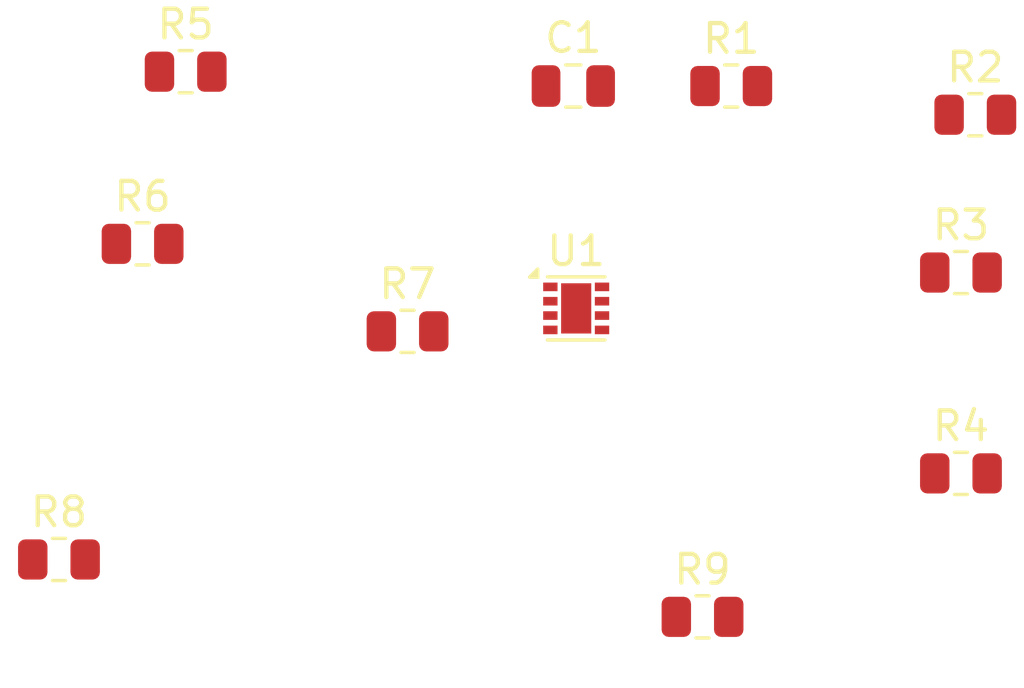
<source format=kicad_pcb>
(kicad_pcb (version 20240108) (generator "pcbnew") (generator_version "8.0")
  (layers (0 "F.Cu" signal) (31 "B.Cu" signal) (34 "B.Paste" user) (35 "F.Paste" user) (36 "B.SilkS" user "B.Silkscreen") (37 "F.SilkS" user "F.Silkscreen") (38 "B.Mask" user) (39 "F.Mask" user) (44 "Edge.Cuts" user))
  (net 0 "")
  (net 1 "Net-(C1-Pad1)")
  (net 2 "GND")
  (net 3 "+5V")
  (net 4 "Net-(U1A-+)")
  (net 5 "Net-(U1A--)")
  (net 6 "Net-(R4-Pad2)")
  (net 7 "Net-(TC1-+)")
  (net 8 "Net-(R7-Pad2)")
  (net 9 "Net-(R8-Pad2)")
  (net 10 "Net-(U1B-+)")
  (net 11 "Net-(U1B--)")
  (footprint "Resistor_SMD:R_0805_2012Metric" (layer "F.Cu") (at 77.5 51.5)
    (property "Reference" "R1" (at 0 -1.65 0) (layer "F.SilkS"))
    (property "Value" "10K")
    (fp_line (start -0.227064 -0.735) (end 0.227064 -0.735) (stroke (width 0.12)) (layer "F.SilkS"))
    (fp_line (start -0.227064 0.735) (end 0.227064 0.735) (stroke (width 0.12)) (layer "F.SilkS"))
    (pad "1" smd roundrect (at -0.9125 0) (size 1.025 1.4) (layers "F.Cu" "F.Paste" "F.Mask") (roundrect_rratio 0.243902) (net 3 "+5V"))
    (pad "2" smd roundrect (at 0.9125 0) (size 1.025 1.4) (layers "F.Cu" "F.Paste" "F.Mask") (roundrect_rratio 0.243902) (net 4 "Net-(U1A-+)"))
  )
  (footprint "Resistor_SMD:R_0805_2012Metric" (layer "F.Cu") (at 85.5 65)
    (property "Reference" "R4" (at 0 -1.65 0) (layer "F.SilkS"))
    (property "Value" "10K")
    (fp_line (start -0.227064 -0.735) (end 0.227064 -0.735) (stroke (width 0.12)) (layer "F.SilkS"))
    (fp_line (start -0.227064 0.735) (end 0.227064 0.735) (stroke (width 0.12)) (layer "F.SilkS"))
    (pad "1" smd roundrect (at -0.9125 0) (size 1.025 1.4) (layers "F.Cu" "F.Paste" "F.Mask") (roundrect_rratio 0.243902) (net 5 "Net-(U1A--)"))
    (pad "2" smd roundrect (at 0.9125 0) (size 1.025 1.4) (layers "F.Cu" "F.Paste" "F.Mask") (roundrect_rratio 0.243902) (net 6 "Net-(R4-Pad2)"))
  )
  (footprint "Resistor_SMD:R_0805_2012Metric" (layer "F.Cu") (at 76.5 70)
    (property "Reference" "R9" (at 0 -1.65 0) (layer "F.SilkS"))
    (property "Value" "1K")
    (fp_line (start -0.227064 -0.735) (end 0.227064 -0.735) (stroke (width 0.12)) (layer "F.SilkS"))
    (fp_line (start -0.227064 0.735) (end 0.227064 0.735) (stroke (width 0.12)) (layer "F.SilkS"))
    (pad "1" smd roundrect (at -0.9125 0) (size 1.025 1.4) (layers "F.Cu" "F.Paste" "F.Mask") (roundrect_rratio 0.243902) (net 9 "Net-(R8-Pad2)"))
    (pad "2" smd roundrect (at 0.9125 0) (size 1.025 1.4) (layers "F.Cu" "F.Paste" "F.Mask") (roundrect_rratio 0.243902) (net 1 "Net-(C1-Pad1)"))
  )
  (footprint "Capacitor_SMD:C_0805_2012Metric" (layer "F.Cu") (at 72 51.5)
    (property "Reference" "C1" (at 0 -1.68 0) (layer "F.SilkS"))
    (property "Value" "100n")
    (fp_line (start -0.261252 -0.735) (end 0.261252 -0.735) (stroke (width 0.12)) (layer "F.SilkS"))
    (fp_line (start -0.261252 0.735) (end 0.261252 0.735) (stroke (width 0.12)) (layer "F.SilkS"))
    (pad "1" smd roundrect (at -0.95 0) (size 1 1.45) (layers "F.Cu" "F.Paste" "F.Mask") (net 1 "Net-(C1-Pad1)"))
    (pad "2" smd roundrect (at 0.95 0) (size 1 1.45) (layers "F.Cu" "F.Paste" "F.Mask") (net 2 "GND"))
  )
  (footprint "Resistor_SMD:R_0805_2012Metric" (layer "F.Cu") (at 57 57)
    (property "Reference" "R6" (at 0 -1.65 0) (layer "F.SilkS"))
    (property "Value" "1K")
    (fp_line (start -0.227064 -0.735) (end 0.227064 -0.735) (stroke (width 0.12)) (layer "F.SilkS"))
    (fp_line (start -0.227064 0.735) (end 0.227064 0.735) (stroke (width 0.12)) (layer "F.SilkS"))
    (pad "1" smd roundrect (at -0.9125 0) (size 1.025 1.4) (layers "F.Cu" "F.Paste" "F.Mask") (roundrect_rratio 0.243902) (net 11 "Net-(U1B--)"))
    (pad "2" smd roundrect (at 0.9125 0) (size 1.025 1.4) (layers "F.Cu" "F.Paste" "F.Mask") (roundrect_rratio 0.243902) (net 2 "GND"))
  )
  (footprint "Resistor_SMD:R_0805_2012Metric" (layer "F.Cu") (at 85.5 58)
    (property "Reference" "R3" (at 0 -1.65 0) (layer "F.SilkS"))
    (property "Value" "1K")
    (fp_line (start -0.227064 -0.735) (end 0.227064 -0.735) (stroke (width 0.12)) (layer "F.SilkS"))
    (fp_line (start -0.227064 0.735) (end 0.227064 0.735) (stroke (width 0.12)) (layer "F.SilkS"))
    (pad "1" smd roundrect (at -0.9125 0) (size 1.025 1.4) (layers "F.Cu" "F.Paste" "F.Mask") (roundrect_rratio 0.243902) (net 5 "Net-(U1A--)"))
    (pad "2" smd roundrect (at 0.9125 0) (size 1.025 1.4) (layers "F.Cu" "F.Paste" "F.Mask") (roundrect_rratio 0.243902) (net 2 "GND"))
  )
  (footprint "Resistor_SMD:R_0805_2012Metric" (layer "F.Cu") (at 66.2275 60.05)
    (property "Reference" "R7" (at 0 -1.65 0) (layer "F.SilkS"))
    (property "Value" "50K")
    (fp_line (start -0.227064 -0.735) (end 0.227064 -0.735) (stroke (width 0.12)) (layer "F.SilkS"))
    (fp_line (start -0.227064 0.735) (end 0.227064 0.735) (stroke (width 0.12)) (layer "F.SilkS"))
    (pad "1" smd roundrect (at -0.9125 0) (size 1.025 1.4) (layers "F.Cu" "F.Paste" "F.Mask") (roundrect_rratio 0.243902) (net 11 "Net-(U1B--)"))
    (pad "2" smd roundrect (at 0.9125 0) (size 1.025 1.4) (layers "F.Cu" "F.Paste" "F.Mask") (roundrect_rratio 0.243902) (net 8 "Net-(R7-Pad2)"))
  )
  (footprint "Resistor_SMD:R_0805_2012Metric" (layer "F.Cu") (at 54.0875 68)
    (property "Reference" "R8" (at 0 -1.65 0) (layer "F.SilkS"))
    (property "Value" "220K")
    (fp_line (start -0.227064 -0.735) (end 0.227064 -0.735) (stroke (width 0.12)) (layer "F.SilkS"))
    (fp_line (start -0.227064 0.735) (end 0.227064 0.735) (stroke (width 0.12)) (layer "F.SilkS"))
    (pad "1" smd roundrect (at -0.9125 0) (size 1.025 1.4) (layers "F.Cu" "F.Paste" "F.Mask") (roundrect_rratio 0.243902) (net 8 "Net-(R7-Pad2)"))
    (pad "2" smd roundrect (at 0.9125 0) (size 1.025 1.4) (layers "F.Cu" "F.Paste" "F.Mask") (roundrect_rratio 0.243902) (net 9 "Net-(R8-Pad2)"))
  )
  (footprint "Resistor_SMD:R_0805_2012Metric" (layer "F.Cu") (at 58.5 51)
    (property "Reference" "R5" (at 0 -1.65 0) (layer "F.SilkS"))
    (property "Value" "10K")
    (fp_line (start -0.227064 -0.735) (end 0.227064 -0.735) (stroke (width 0.12)) (layer "F.SilkS"))
    (fp_line (start -0.227064 0.735) (end 0.227064 0.735) (stroke (width 0.12)) (layer "F.SilkS"))
    (pad "1" smd roundrect (at -0.9125 0) (size 1.025 1.4) (layers "F.Cu" "F.Paste" "F.Mask") (roundrect_rratio 0.243902) (net 7 "Net-(TC1-+)"))
    (pad "2" smd roundrect (at 0.9125 0) (size 1.025 1.4) (layers "F.Cu" "F.Paste" "F.Mask") (roundrect_rratio 0.243902) (net 10 "Net-(U1B-+)"))
  )
  (footprint "Resistor_SMD:R_0805_2012Metric" (layer "F.Cu") (at 86 52.5)
    (property "Reference" "R2" (at 0 -1.65 0) (layer "F.SilkS"))
    (property "Value" "10K")
    (fp_line (start -0.227064 -0.735) (end 0.227064 -0.735) (stroke (width 0.12)) (layer "F.SilkS"))
    (fp_line (start -0.227064 0.735) (end 0.227064 0.735) (stroke (width 0.12)) (layer "F.SilkS"))
    (pad "1" smd roundrect (at -0.9125 0) (size 1.025 1.4) (layers "F.Cu" "F.Paste" "F.Mask") (roundrect_rratio 0.243902) (net 3 "+5V"))
    (pad "2" smd roundrect (at 0.9125 0) (size 1.025 1.4) (layers "F.Cu" "F.Paste" "F.Mask") (roundrect_rratio 0.243902) (net 5 "Net-(U1A--)"))
  )
  (footprint "Package_DFN_QFN:DFN-8-1EP_2x2mm_P0.5mm_EP1.05x1.75mm" (layer "F.Cu") (at 72.1 59.25)
    (property "Reference" "U1" (at 0 -2 0) (layer "F.SilkS"))
    (property "Value" "LM358")
    (fp_line (start -1 -1.1) (end 1 -1.1) (stroke (width 0.12)) (layer "F.SilkS"))
    (fp_line (start -1 1.1) (end 1 1.1) (stroke (width 0.12)) (layer "F.SilkS"))
    (fp_poly (pts (xy -1.34 -1.09) (xy -1.62 -1.09) (xy -1.34 -1.37) (xy -1.34 -1.09)) (stroke (width 0.12)) (fill solid) (layer "F.SilkS"))
    (pad "1" smd rect (at -0.9 -0.75) (size 0.5 0.3) (layers "F.Cu" "F.Paste" "F.Mask") (net 6 "Net-(R4-Pad2)"))
    (pad "2" smd rect (at -0.9 -0.25) (size 0.5 0.3) (layers "F.Cu" "F.Paste" "F.Mask") (net 5 "Net-(U1A--)"))
    (pad "3" smd rect (at -0.9 0.25) (size 0.5 0.3) (layers "F.Cu" "F.Paste" "F.Mask") (net 4 "Net-(U1A-+)"))
    (pad "4" smd rect (at -0.9 0.75) (size 0.5 0.3) (layers "F.Cu" "F.Paste" "F.Mask"))
    (pad "5" smd rect (at 0.9 0.75) (size 0.5 0.3) (layers "F.Cu" "F.Paste" "F.Mask") (net 10 "Net-(U1B-+)"))
    (pad "6" smd rect (at 0.9 0.25) (size 0.5 0.3) (layers "F.Cu" "F.Paste" "F.Mask") (net 11 "Net-(U1B--)"))
    (pad "7" smd rect (at 0.9 -0.25) (size 0.5 0.3) (layers "F.Cu" "F.Paste" "F.Mask") (net 9 "Net-(R8-Pad2)"))
    (pad "8" smd rect (at 0.9 -0.75) (size 0.5 0.3) (layers "F.Cu" "F.Paste" "F.Mask"))
    (pad "9" smd rect (at 0 0) (size 1.05 1.75) (layers "F.Cu" "F.Mask"))
  )
)
</source>
